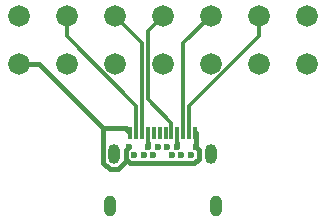
<source format=gbr>
%TF.GenerationSoftware,KiCad,Pcbnew,7.0.5*%
%TF.CreationDate,2024-03-06T09:17:32-05:00*%
%TF.ProjectId,SaberCord_Copy_Male,53616265-7243-46f7-9264-5f436f70795f,rev?*%
%TF.SameCoordinates,Original*%
%TF.FileFunction,Copper,L1,Top*%
%TF.FilePolarity,Positive*%
%FSLAX46Y46*%
G04 Gerber Fmt 4.6, Leading zero omitted, Abs format (unit mm)*
G04 Created by KiCad (PCBNEW 7.0.5) date 2024-03-06 09:17:32*
%MOMM*%
%LPD*%
G01*
G04 APERTURE LIST*
%TA.AperFunction,ComponentPad*%
%ADD10O,1.000000X1.700000*%
%TD*%
%TA.AperFunction,ComponentPad*%
%ADD11O,1.000000X1.800000*%
%TD*%
%TA.AperFunction,SMDPad,CuDef*%
%ADD12R,0.300000X1.000000*%
%TD*%
%TA.AperFunction,ComponentPad*%
%ADD13C,0.600000*%
%TD*%
%TA.AperFunction,ComponentPad*%
%ADD14C,1.828800*%
%TD*%
%TA.AperFunction,Conductor*%
%ADD15C,0.300000*%
%TD*%
%TA.AperFunction,Conductor*%
%ADD16C,0.299800*%
%TD*%
%TA.AperFunction,Conductor*%
%ADD17C,0.400000*%
%TD*%
G04 APERTURE END LIST*
D10*
%TO.P,J2,1*%
%TO.N,N/C*%
X136210000Y-89440000D03*
D11*
%TO.P,J2,2*%
X135850000Y-93830000D03*
%TO.P,J2,3*%
X144820000Y-93830000D03*
D10*
%TO.P,J2,4*%
X144460000Y-89440000D03*
D12*
%TO.P,J2,A1,a1*%
%TO.N,GND*%
X137585000Y-87630000D03*
%TO.P,J2,A2,a2*%
%TO.N,/CAN0_H*%
X138085000Y-87630000D03*
%TO.P,J2,A3,a3*%
%TO.N,/CAN0_L*%
X138585000Y-87630000D03*
%TO.P,J2,A4,a4*%
%TO.N,+12V*%
X139085000Y-87630000D03*
%TO.P,J2,A5,a5*%
%TO.N,unconnected-(J2-a5-PadA5)*%
X139585000Y-87630000D03*
%TO.P,J2,A6,a6*%
%TO.N,unconnected-(J2-a6-PadA6)*%
X140085000Y-87630000D03*
%TO.P,J2,A7,a7*%
%TO.N,unconnected-(J2-a7-PadA7)*%
X140585000Y-87630000D03*
%TO.P,J2,A8,A8*%
%TO.N,/SBU1*%
X141085000Y-87630000D03*
%TO.P,J2,A9,a9*%
%TO.N,+12V*%
X141585000Y-87630000D03*
%TO.P,J2,A10,a10*%
%TO.N,/CAN1_L*%
X142085000Y-87630000D03*
%TO.P,J2,A11,a11*%
%TO.N,/CAN1_H*%
X142585000Y-87630000D03*
%TO.P,J2,A12,a12*%
%TO.N,GND*%
X143085000Y-87630000D03*
D13*
%TO.P,J2,B1,b1*%
X143135000Y-88840000D03*
%TO.P,J2,B2,b2*%
%TO.N,/CAN2_H*%
X142735000Y-89540000D03*
%TO.P,J2,B3,b3*%
%TO.N,/CAN2_L*%
X141935000Y-89540000D03*
%TO.P,J2,B4,b4*%
%TO.N,+12V*%
X141535000Y-88840000D03*
%TO.P,J2,B5,b5*%
%TO.N,unconnected-(J2-b5-PadB5)*%
X141135000Y-89540000D03*
%TO.P,J2,B6,b6*%
%TO.N,unconnected-(J2-b6-PadB6)*%
X140735000Y-88840000D03*
%TO.P,J2,B7,b7*%
%TO.N,unconnected-(J2-b7-PadB7)*%
X139935000Y-88840000D03*
%TO.P,J2,B8,b8*%
%TO.N,/SBU2*%
X139535000Y-89540000D03*
%TO.P,J2,B9,b9*%
%TO.N,+12V*%
X139135000Y-88840000D03*
%TO.P,J2,B10,b10*%
%TO.N,/CAN3_L*%
X138735000Y-89540000D03*
%TO.P,J2,B11,b11*%
%TO.N,/CAN3_H*%
X137935000Y-89540000D03*
%TO.P,J2,B12,b12*%
%TO.N,GND*%
X137535000Y-88840000D03*
%TD*%
D14*
%TO.P,J1,1,Pin_1a*%
%TO.N,GND*%
X128143000Y-77724000D03*
%TO.P,J1,2,Pin_2a*%
%TO.N,/CAN0_H*%
X132207000Y-77724000D03*
%TO.P,J1,3,Pin_3a*%
%TO.N,/CAN0_L*%
X136271000Y-77724000D03*
%TO.P,J1,4,Pin_4a*%
%TO.N,/SBU1*%
X140335000Y-77724000D03*
%TO.P,J1,5,Pin_5a*%
%TO.N,/CAN1_L*%
X144399000Y-77724000D03*
%TO.P,J1,6,Pin_6a*%
%TO.N,/CAN1_H*%
X148463000Y-77724000D03*
%TO.P,J1,7,Pin_7a*%
%TO.N,+12V*%
X152527000Y-77724000D03*
%TO.P,J1,8,Pin_1b*%
%TO.N,GND*%
X128143000Y-81788000D03*
%TO.P,J1,9,Pin_2b*%
%TO.N,/CAN2_H*%
X132207000Y-81788000D03*
%TO.P,J1,10,Pin_3b*%
%TO.N,/CAN2_L*%
X136271000Y-81788000D03*
%TO.P,J1,11,Pin_4b*%
%TO.N,/SBU2*%
X140335000Y-81788000D03*
%TO.P,J1,12,Pin_5b*%
%TO.N,/CAN3_H*%
X144399000Y-81788000D03*
%TO.P,J1,13,Pin_6b*%
%TO.N,/CAN3_L*%
X148463000Y-81788000D03*
%TO.P,J1,14,Pin_7b*%
%TO.N,+12V*%
X152527000Y-81788000D03*
%TD*%
D15*
%TO.N,/CAN1_H*%
X142585000Y-85331800D02*
X142585000Y-87630000D01*
X148463000Y-79453800D02*
X142585000Y-85331800D01*
X148463000Y-77724000D02*
X148463000Y-79453800D01*
%TO.N,/CAN1_L*%
X142085000Y-80038000D02*
X142085000Y-87630000D01*
X144399000Y-77724000D02*
X142085000Y-80038000D01*
%TO.N,/SBU1*%
X141085000Y-86756000D02*
X141085000Y-87630000D01*
X139084800Y-84755800D02*
X141085000Y-86756000D01*
X139084800Y-78974200D02*
X139084800Y-84755800D01*
X140335000Y-77724000D02*
X139084800Y-78974200D01*
D16*
%TO.N,GND*%
X143135000Y-87680000D02*
X143085000Y-87630000D01*
D17*
X143135000Y-88840000D02*
X143135000Y-87680000D01*
D16*
X137437300Y-87482300D02*
X137585000Y-87630000D01*
D17*
X129844200Y-81788000D02*
X135316800Y-87260600D01*
X128143000Y-81788000D02*
X129844200Y-81788000D01*
X137215600Y-87260600D02*
X137437300Y-87482300D01*
X135316800Y-87260600D02*
X137215600Y-87260600D01*
X135316800Y-90144600D02*
X135316800Y-87260600D01*
X135862700Y-90690500D02*
X135316800Y-90144600D01*
X136584700Y-90690500D02*
X135862700Y-90690500D01*
X137337800Y-89937400D02*
X136584700Y-90690500D01*
X137598900Y-90198500D02*
X137337800Y-89937400D01*
X143030100Y-90198500D02*
X137598900Y-90198500D01*
X143406900Y-89821700D02*
X143030100Y-90198500D01*
X143406900Y-89111900D02*
X143406900Y-89821700D01*
X143135000Y-88840000D02*
X143406900Y-89111900D01*
X137250800Y-89124200D02*
X137535000Y-88840000D01*
X137250800Y-89850400D02*
X137250800Y-89124200D01*
X137337800Y-89937400D02*
X137250800Y-89850400D01*
D15*
%TO.N,/CAN0_L*%
X138585000Y-80038000D02*
X138585000Y-87630000D01*
X136271000Y-77724000D02*
X138585000Y-80038000D01*
%TO.N,/CAN0_H*%
X138085000Y-85348700D02*
X138085000Y-87630000D01*
X132207000Y-79470700D02*
X138085000Y-85348700D01*
X132207000Y-77724000D02*
X132207000Y-79470700D01*
D17*
%TO.N,+12V*%
X139085000Y-88790000D02*
X139085000Y-88482100D01*
X139135000Y-88840000D02*
X139085000Y-88790000D01*
D16*
X139085000Y-88482100D02*
X139085000Y-87630000D01*
D17*
X141585000Y-88790000D02*
X141585000Y-88482100D01*
X141535000Y-88840000D02*
X141585000Y-88790000D01*
D16*
X141585000Y-88482100D02*
X141585000Y-87630000D01*
%TD*%
M02*

</source>
